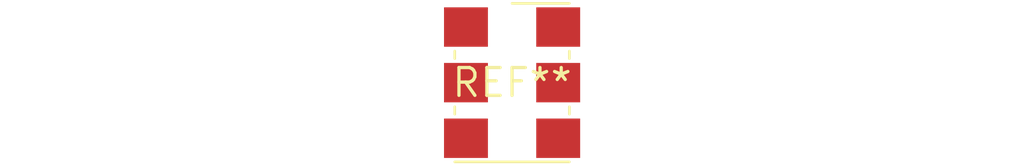
<source format=kicad_pcb>
(kicad_pcb (version 20240108) (generator pcbnew)
  (layers (0 "F.Cu" signal) (31 "B.Cu" signal) (34 "B.Paste" user) (35 "F.Paste" user) (36 "B.SilkS" user "B.Silkscreen") (37 "F.SilkS" user "F.Silkscreen") (38 "B.Mask" user) (39 "F.Mask" user) (44 "Edge.Cuts" user))
  (net 0 "")
  (footprint "Oscillator_SMD_IDT_JU6-6_7.0x5.0mm_P2.54mm" (layer "F.Cu") (at 0 0)
    (property "Reference" "REF**")
    (property "Value" "Oscillator_SMD_IDT_JU6-6_7.0x5.0mm_P2.54mm")
    (fp_line (start -2.61 -1.1) (end -2.61 -1.44) (layer "F.SilkS") (stroke (width 0.12)))
    (fp_line (start -2.61 1.44) (end -2.61 1.1) (layer "F.SilkS") (stroke (width 0.12)))
    (fp_line (start 0 -3.62) (end 2.61 -3.62) (layer "F.SilkS") (stroke (width 0.12)))
    (fp_line (start 2.61 -1.44) (end 2.61 -1.1) (layer "F.SilkS") (stroke (width 0.12)))
    (fp_line (start 2.61 1.1) (end 2.61 1.44) (layer "F.SilkS") (stroke (width 0.12)))
    (fp_line (start 2.61 3.62) (end -2.61 3.62) (layer "F.SilkS") (stroke (width 0.12)))
    (pad "1" smd rect (at -2.1 -2.54 270) (size 1.8 2) (layers "F.Cu" "F.Paste" "F.Mask"))
    (pad "2" smd rect (at -2.1 0 270) (size 1.8 2) (layers "F.Cu" "F.Paste" "F.Mask"))
    (pad "3" smd rect (at -2.1 2.54 270) (size 1.8 2) (layers "F.Cu" "F.Paste" "F.Mask"))
    (pad "4" smd rect (at 2.1 2.54 270) (size 1.8 2) (layers "F.Cu" "F.Paste" "F.Mask"))
    (pad "5" smd rect (at 2.1 0 270) (size 1.8 2) (layers "F.Cu" "F.Paste" "F.Mask"))
    (pad "6" smd rect (at 2.1 -2.54 270) (size 1.8 2) (layers "F.Cu" "F.Paste" "F.Mask"))
  )
)
</source>
